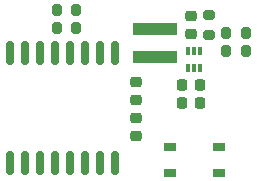
<source format=gbr>
%TF.GenerationSoftware,KiCad,Pcbnew,7.0.2*%
%TF.CreationDate,2023-07-28T16:56:03-04:00*%
%TF.ProjectId,dispocam-hub,64697370-6f63-4616-9d2d-6875622e6b69,rev?*%
%TF.SameCoordinates,Original*%
%TF.FileFunction,Paste,Top*%
%TF.FilePolarity,Positive*%
%FSLAX46Y46*%
G04 Gerber Fmt 4.6, Leading zero omitted, Abs format (unit mm)*
G04 Created by KiCad (PCBNEW 7.0.2) date 2023-07-28 16:56:03*
%MOMM*%
%LPD*%
G01*
G04 APERTURE LIST*
G04 Aperture macros list*
%AMRoundRect*
0 Rectangle with rounded corners*
0 $1 Rounding radius*
0 $2 $3 $4 $5 $6 $7 $8 $9 X,Y pos of 4 corners*
0 Add a 4 corners polygon primitive as box body*
4,1,4,$2,$3,$4,$5,$6,$7,$8,$9,$2,$3,0*
0 Add four circle primitives for the rounded corners*
1,1,$1+$1,$2,$3*
1,1,$1+$1,$4,$5*
1,1,$1+$1,$6,$7*
1,1,$1+$1,$8,$9*
0 Add four rect primitives between the rounded corners*
20,1,$1+$1,$2,$3,$4,$5,0*
20,1,$1+$1,$4,$5,$6,$7,0*
20,1,$1+$1,$6,$7,$8,$9,0*
20,1,$1+$1,$8,$9,$2,$3,0*%
G04 Aperture macros list end*
%ADD10RoundRect,0.225000X0.250000X-0.225000X0.250000X0.225000X-0.250000X0.225000X-0.250000X-0.225000X0*%
%ADD11R,0.340000X0.700000*%
%ADD12RoundRect,0.200000X-0.275000X0.200000X-0.275000X-0.200000X0.275000X-0.200000X0.275000X0.200000X0*%
%ADD13RoundRect,0.200000X-0.200000X-0.275000X0.200000X-0.275000X0.200000X0.275000X-0.200000X0.275000X0*%
%ADD14R,1.050000X0.650000*%
%ADD15RoundRect,0.225000X0.225000X0.250000X-0.225000X0.250000X-0.225000X-0.250000X0.225000X-0.250000X0*%
%ADD16RoundRect,0.150000X0.150000X-0.875000X0.150000X0.875000X-0.150000X0.875000X-0.150000X-0.875000X0*%
%ADD17RoundRect,0.200000X0.200000X0.275000X-0.200000X0.275000X-0.200000X-0.275000X0.200000X-0.275000X0*%
%ADD18R,3.700000X0.980000*%
G04 APERTURE END LIST*
D10*
%TO.C,C5*%
X132207000Y-102248000D03*
X132207000Y-100698000D03*
%TD*%
D11*
%TO.C,U1*%
X137652000Y-99544000D03*
X137152000Y-99544000D03*
X136652000Y-99544000D03*
X136652000Y-98044000D03*
X137152000Y-98044000D03*
X137652000Y-98044000D03*
%TD*%
D12*
%TO.C,R3*%
X138430000Y-96710000D03*
X138430000Y-95060000D03*
%TD*%
D13*
%TO.C,R2*%
X139891000Y-96520000D03*
X141541000Y-96520000D03*
%TD*%
D10*
%TO.C,C4*%
X132207000Y-103746000D03*
X132207000Y-105296000D03*
%TD*%
D14*
%TO.C,SW5*%
X139235000Y-108390000D03*
X135085000Y-108390000D03*
X139235000Y-106240000D03*
X135085000Y-106240000D03*
%TD*%
D15*
%TO.C,C3*%
X136115000Y-100965000D03*
X137665000Y-100965000D03*
%TD*%
D16*
%TO.C,U2*%
X121539000Y-107520000D03*
X122809000Y-107520000D03*
X124079000Y-107520000D03*
X125349000Y-107520000D03*
X126619000Y-107520000D03*
X127889000Y-107520000D03*
X129159000Y-107520000D03*
X130429000Y-107520000D03*
X130429000Y-98220000D03*
X129159000Y-98220000D03*
X127889000Y-98220000D03*
X126619000Y-98220000D03*
X125349000Y-98220000D03*
X124079000Y-98220000D03*
X122809000Y-98220000D03*
X121539000Y-98220000D03*
%TD*%
D15*
%TO.C,C2*%
X136115000Y-102459000D03*
X137665000Y-102459000D03*
%TD*%
D17*
%TO.C,R1*%
X141541000Y-98044000D03*
X139891000Y-98044000D03*
%TD*%
D18*
%TO.C,L1*%
X133842000Y-98594000D03*
X133842000Y-96224000D03*
%TD*%
D10*
%TO.C,C1*%
X136890000Y-95084600D03*
X136890000Y-96634600D03*
%TD*%
D17*
%TO.C,R4*%
X125540000Y-96139000D03*
X127190000Y-96139000D03*
%TD*%
%TO.C,R5*%
X125540000Y-94615000D03*
X127190000Y-94615000D03*
%TD*%
M02*

</source>
